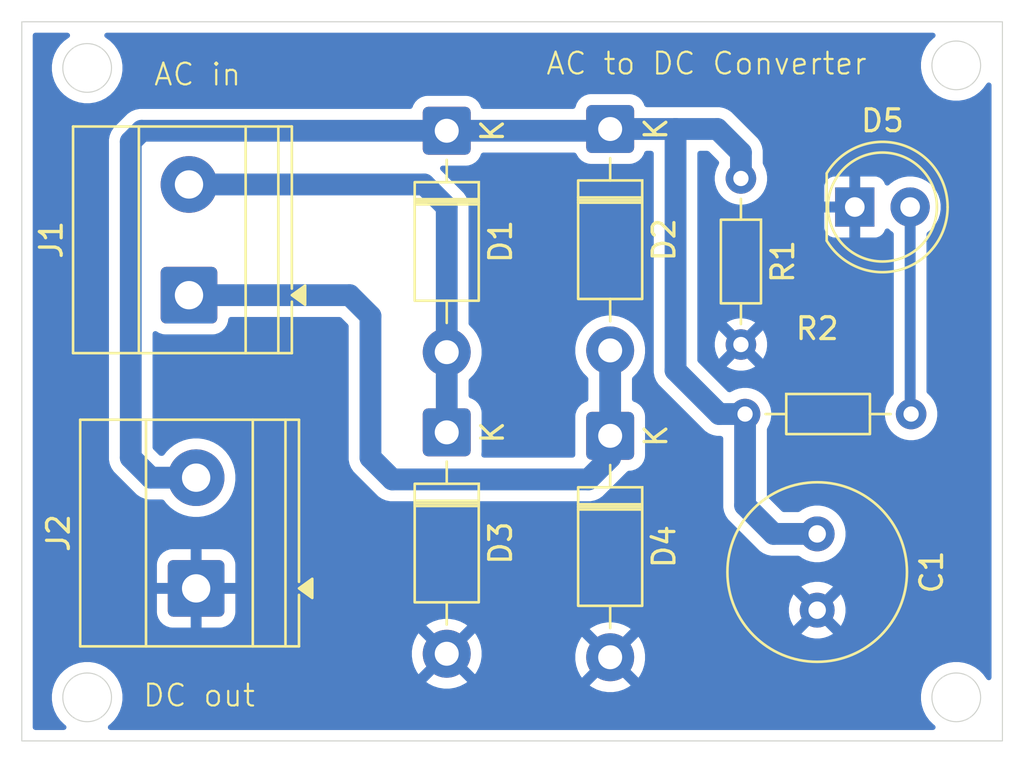
<source format=kicad_pcb>
(kicad_pcb (version 20241229) (generator "pcbnew") (generator_version "9.0")
  (layers (0 "F.Cu" signal) (2 "B.Cu" signal) (13 "F.Paste" user) (15 "B.Paste" user) (5 "F.SilkS" user "F.Silkscreen") (7 "B.SilkS" user "B.Silkscreen") (1 "F.Mask" user) (3 "B.Mask" user) (25 "Edge.Cuts" user))
  (net 0 "")
  (net 1 "/+VE")
  (net 2 "GND")
  (net 3 "Net-(D1-A)")
  (net 4 "Net-(D2-A)")
  (net 5 "Net-(D5-A)")
  (footprint "TerminalBlock_Phoenix:TerminalBlock_Phoenix_MKDS-1,5-2-5.08_1x02_P5.08mm_Horizontal" (layer "F.Cu") (at 117.6725 77.045 90)
    (property "Reference" "J1" (at 2.54 -6.32 90) (layer "F.SilkS"))
    (property "Value" "Screw_Terminal_01x02")
    (fp_line (start 7.74 -5.32) (end 7.74 4.72) (stroke (width 0.12)) (layer "F.SilkS"))
    (fp_line (start -2.66 -5.32) (end 7.74 -5.32) (stroke (width 0.12)) (layer "F.SilkS"))
    (fp_line (start -2.66 -2.3) (end 7.74 -2.3) (stroke (width 0.12)) (layer "F.SilkS"))
    (fp_line (start -2.66 2.6) (end 7.74 2.6) (stroke (width 0.12)) (layer "F.SilkS"))
    (fp_line (start -2.66 4.1) (end 7.74 4.1) (stroke (width 0.12)) (layer "F.SilkS"))
    (fp_line (start 7.74 4.72) (end 0.3 4.72) (stroke (width 0.12)) (layer "F.SilkS"))
    (fp_line (start -0.3 4.72) (end -2.66 4.72) (stroke (width 0.12)) (layer "F.SilkS"))
    (fp_line (start -2.66 4.72) (end -2.66 -5.32) (stroke (width 0.12)) (layer "F.SilkS"))
    (fp_poly (pts (xy 0 4.72) (xy 0.44 5.33) (xy -0.44 5.33)) (stroke (width 0.12)) (fill yes) (layer "F.SilkS"))
    (pad "1" thru_hole roundrect (at 0 0 90) (size 2.6 2.6) (drill 1.3) (layers "*.Cu" "*.Mask") (roundrect_rratio 0.096154) (net 4 "Net-(D2-A)"))
    (pad "2" thru_hole circle (at 5.08 0 90) (size 2.6 2.6) (drill 1.3) (layers "*.Cu" "*.Mask") (net 3 "Net-(D1-A)"))
  )
  (footprint "LED_THT:LED_D5.0mm" (layer "F.Cu") (at 148.225 73)
    (property "Reference" "D5" (at 1.27 -3.96 0) (layer "F.SilkS"))
    (property "Value" "LED")
    (fp_line (start -1.29 -1.545) (end -1.29 1.545) (stroke (width 0.12)) (layer "F.SilkS"))
    (fp_arc (start -1.29 -1.54483) (mid 2.071779 -2.880495) (end 4.26 0) (stroke (width 0.12)) (layer "F.SilkS"))
    (fp_arc (start 4.26 0) (mid 2.071779 2.880495) (end -1.29 1.54483) (stroke (width 0.12)) (layer "F.SilkS"))
    (fp_circle (center 1.27 0) (end 3.77 0) (stroke (width 0.12)) (fill no) (layer "F.SilkS"))
    (pad "1" thru_hole rect (at 0 0) (size 1.8 1.8) (drill 0.9) (layers "*.Cu" "*.Mask") (net 2 "GND"))
    (pad "2" thru_hole circle (at 2.54 0) (size 1.8 1.8) (drill 0.9) (layers "*.Cu" "*.Mask") (net 5 "Net-(D5-A)"))
  )
  (footprint "Diode_THT:D_DO-41_SOD81_P10.16mm_Horizontal" (layer "F.Cu") (at 129.5 83.34 -90)
    (property "Reference" "D3" (at 5.08 -2.47 90) (layer "F.SilkS"))
    (property "Value" "1N4007")
    (fp_line (start 1.34 0) (end 2.36 0) (stroke (width 0.12)) (layer "F.SilkS"))
    (fp_line (start 8.82 0) (end 7.8 0) (stroke (width 0.12)) (layer "F.SilkS"))
    (fp_line (start 3.14 -1.47) (end 3.14 1.47) (stroke (width 0.12)) (layer "F.SilkS"))
    (fp_line (start 3.26 -1.47) (end 3.26 1.47) (stroke (width 0.12)) (layer "F.SilkS"))
    (fp_line (start 3.38 -1.47) (end 3.38 1.47) (stroke (width 0.12)) (layer "F.SilkS"))
    (fp_rect (start 2.36 -1.47) (end 7.8 1.47) (stroke (width 0.12)) (fill no) (layer "F.SilkS"))
    (fp_text user "K" (at 0 -2.1 90) (layer "F.SilkS"))
    (pad "1" thru_hole roundrect (at 0 0 270) (size 2.2 2.2) (drill 1.1) (layers "*.Cu" "*.Mask") (roundrect_rratio 0.113636) (net 3 "Net-(D1-A)"))
    (pad "2" thru_hole circle (at 10.16 0 270) (size 2.2 2.2) (drill 1.1) (layers "*.Cu" "*.Mask") (net 2 "GND"))
  )
  (footprint "Resistor_THT:R_Axial_DIN0204_L3.6mm_D1.6mm_P7.62mm_Horizontal" (layer "F.Cu") (at 143 71.69 -90)
    (property "Reference" "R1" (at 3.81 -1.92 90) (layer "F.SilkS"))
    (property "Value" "10k")
    (fp_line (start 0.94 0) (end 1.89 0) (stroke (width 0.12)) (layer "F.SilkS"))
    (fp_line (start 6.68 0) (end 5.73 0) (stroke (width 0.12)) (layer "F.SilkS"))
    (fp_rect (start 1.89 -0.92) (end 5.73 0.92) (stroke (width 0.12)) (fill no) (layer "F.SilkS"))
    (pad "1" thru_hole circle (at 0 0 270) (size 1.4 1.4) (drill 0.7) (layers "*.Cu" "*.Mask") (net 1 "/+VE"))
    (pad "2" thru_hole circle (at 7.62 0 270) (size 1.4 1.4) (drill 0.7) (layers "*.Cu" "*.Mask") (net 2 "GND"))
  )
  (footprint "Resistor_THT:R_Axial_DIN0204_L3.6mm_D1.6mm_P7.62mm_Horizontal" (layer "F.Cu") (at 143.19 82.5)
    (property "Reference" "R2" (at 3.31 -3.92 0) (layer "F.SilkS"))
    (property "Value" "2.2k")
    (fp_line (start 0.94 0) (end 1.89 0) (stroke (width 0.12)) (layer "F.SilkS"))
    (fp_line (start 6.68 0) (end 5.73 0) (stroke (width 0.12)) (layer "F.SilkS"))
    (fp_rect (start 1.89 -0.92) (end 5.73 0.92) (stroke (width 0.12)) (fill no) (layer "F.SilkS"))
    (pad "1" thru_hole circle (at 0 0) (size 1.4 1.4) (drill 0.7) (layers "*.Cu" "*.Mask") (net 1 "/+VE"))
    (pad "2" thru_hole circle (at 7.62 0) (size 1.4 1.4) (drill 0.7) (layers "*.Cu" "*.Mask") (net 5 "Net-(D5-A)"))
  )
  (footprint "Capacitor_THT:C_Radial_D8.0mm_H11.5mm_P3.50mm" (layer "F.Cu") (at 146.5 88 -90)
    (property "Reference" "C1" (at 1.75 -5.25 90) (layer "F.SilkS"))
    (property "Value" "1000uF")
    (fp_circle (center 1.75 0) (end 5.87 0) (stroke (width 0.12)) (fill no) (layer "F.SilkS"))
    (pad "1" thru_hole circle (at 0 0 270) (size 1.6 1.6) (drill 0.8) (layers "*.Cu" "*.Mask") (net 1 "/+VE"))
    (pad "2" thru_hole circle (at 3.5 0 270) (size 1.6 1.6) (drill 0.8) (layers "*.Cu" "*.Mask") (net 2 "GND"))
  )
  (footprint "Diode_THT:D_DO-41_SOD81_P10.16mm_Horizontal" (layer "F.Cu") (at 129.5 69.5 -90)
    (property "Reference" "D1" (at 5.08 -2.47 90) (layer "F.SilkS"))
    (property "Value" "1N4007")
    (fp_line (start 1.34 0) (end 2.36 0) (stroke (width 0.12)) (layer "F.SilkS"))
    (fp_line (start 8.82 0) (end 7.8 0) (stroke (width 0.12)) (layer "F.SilkS"))
    (fp_line (start 3.14 -1.47) (end 3.14 1.47) (stroke (width 0.12)) (layer "F.SilkS"))
    (fp_line (start 3.26 -1.47) (end 3.26 1.47) (stroke (width 0.12)) (layer "F.SilkS"))
    (fp_line (start 3.38 -1.47) (end 3.38 1.47) (stroke (width 0.12)) (layer "F.SilkS"))
    (fp_rect (start 2.36 -1.47) (end 7.8 1.47) (stroke (width 0.12)) (fill no) (layer "F.SilkS"))
    (fp_text user "K" (at 0 -2.1 90) (layer "F.SilkS"))
    (pad "1" thru_hole roundrect (at 0 0 270) (size 2.2 2.2) (drill 1.1) (layers "*.Cu" "*.Mask") (roundrect_rratio 0.113636) (net 1 "/+VE"))
    (pad "2" thru_hole circle (at 10.16 0 270) (size 2.2 2.2) (drill 1.1) (layers "*.Cu" "*.Mask") (net 3 "Net-(D1-A)"))
  )
  (footprint "TerminalBlock_Phoenix:TerminalBlock_Phoenix_MKDS-1,5-2-5.08_1x02_P5.08mm_Horizontal" (layer "F.Cu") (at 118 90.5 90)
    (property "Reference" "J2" (at 2.54 -6.32 90) (layer "F.SilkS"))
    (property "Value" "Screw_Terminal_01x02")
    (fp_line (start 7.74 -5.32) (end 7.74 4.72) (stroke (width 0.12)) (layer "F.SilkS"))
    (fp_line (start -2.66 -5.32) (end 7.74 -5.32) (stroke (width 0.12)) (layer "F.SilkS"))
    (fp_line (start -2.66 -2.3) (end 7.74 -2.3) (stroke (width 0.12)) (layer "F.SilkS"))
    (fp_line (start -2.66 2.6) (end 7.74 2.6) (stroke (width 0.12)) (layer "F.SilkS"))
    (fp_line (start -2.66 4.1) (end 7.74 4.1) (stroke (width 0.12)) (layer "F.SilkS"))
    (fp_line (start 7.74 4.72) (end 0.3 4.72) (stroke (width 0.12)) (layer "F.SilkS"))
    (fp_line (start -0.3 4.72) (end -2.66 4.72) (stroke (width 0.12)) (layer "F.SilkS"))
    (fp_line (start -2.66 4.72) (end -2.66 -5.32) (stroke (width 0.12)) (layer "F.SilkS"))
    (fp_poly (pts (xy 0 4.72) (xy 0.44 5.33) (xy -0.44 5.33)) (stroke (width 0.12)) (fill yes) (layer "F.SilkS"))
    (pad "1" thru_hole roundrect (at 0 0 90) (size 2.6 2.6) (drill 1.3) (layers "*.Cu" "*.Mask") (roundrect_rratio 0.096154) (net 2 "GND"))
    (pad "2" thru_hole circle (at 5.08 0 90) (size 2.6 2.6) (drill 1.3) (layers "*.Cu" "*.Mask") (net 1 "/+VE"))
  )
  (footprint "Diode_THT:D_DO-41_SOD81_P10.16mm_Horizontal" (layer "F.Cu") (at 137 69.42 -90)
    (property "Reference" "D2" (at 5.08 -2.47 90) (layer "F.SilkS"))
    (property "Value" "1N4007")
    (fp_line (start 1.34 0) (end 2.36 0) (stroke (width 0.12)) (layer "F.SilkS"))
    (fp_line (start 8.82 0) (end 7.8 0) (stroke (width 0.12)) (layer "F.SilkS"))
    (fp_line (start 3.14 -1.47) (end 3.14 1.47) (stroke (width 0.12)) (layer "F.SilkS"))
    (fp_line (start 3.26 -1.47) (end 3.26 1.47) (stroke (width 0.12)) (layer "F.SilkS"))
    (fp_line (start 3.38 -1.47) (end 3.38 1.47) (stroke (width 0.12)) (layer "F.SilkS"))
    (fp_rect (start 2.36 -1.47) (end 7.8 1.47) (stroke (width 0.12)) (fill no) (layer "F.SilkS"))
    (fp_text user "K" (at 0 -2.1 90) (layer "F.SilkS"))
    (pad "1" thru_hole roundrect (at 0 0 270) (size 2.2 2.2) (drill 1.1) (layers "*.Cu" "*.Mask") (roundrect_rratio 0.113636) (net 1 "/+VE"))
    (pad "2" thru_hole circle (at 10.16 0 270) (size 2.2 2.2) (drill 1.1) (layers "*.Cu" "*.Mask") (net 4 "Net-(D2-A)"))
  )
  (footprint "Diode_THT:D_DO-41_SOD81_P10.16mm_Horizontal" (layer "F.Cu") (at 137 83.5 -90)
    (property "Reference" "D4" (at 5.08 -2.47 90) (layer "F.SilkS"))
    (property "Value" "1N4007")
    (fp_line (start 1.34 0) (end 2.36 0) (stroke (width 0.12)) (layer "F.SilkS"))
    (fp_line (start 8.82 0) (end 7.8 0) (stroke (width 0.12)) (layer "F.SilkS"))
    (fp_line (start 3.14 -1.47) (end 3.14 1.47) (stroke (width 0.12)) (layer "F.SilkS"))
    (fp_line (start 3.26 -1.47) (end 3.26 1.47) (stroke (width 0.12)) (layer "F.SilkS"))
    (fp_line (start 3.38 -1.47) (end 3.38 1.47) (stroke (width 0.12)) (layer "F.SilkS"))
    (fp_rect (start 2.36 -1.47) (end 7.8 1.47) (stroke (width 0.12)) (fill no) (layer "F.SilkS"))
    (fp_text user "K" (at 0 -2.1 90) (layer "F.SilkS"))
    (pad "1" thru_hole roundrect (at 0 0 270) (size 2.2 2.2) (drill 1.1) (layers "*.Cu" "*.Mask") (roundrect_rratio 0.113636) (net 4 "Net-(D2-A)"))
    (pad "2" thru_hole circle (at 10.16 0 270) (size 2.2 2.2) (drill 1.1) (layers "*.Cu" "*.Mask") (net 2 "GND"))
  )
  (gr_circle (center 113 66.618034) (end 114 67.118034) (stroke (width 0.05)) (fill no) (layer "Edge.Cuts"))
  (gr_rect (start 110 64.5) (end 155 97.5) (stroke (width 0.05)) (fill no) (layer "Edge.Cuts"))
  (gr_circle (center 113 95.5) (end 114 96) (stroke (width 0.05)) (fill no) (layer "Edge.Cuts"))
  (gr_circle (center 152.881966 95.5) (end 153.881966 96) (stroke (width 0.05)) (fill no) (layer "Edge.Cuts"))
  (gr_circle (center 152.881966 66.5) (end 153.881966 67) (stroke (width 0.05)) (fill no) (layer "Edge.Cuts"))
  (gr_text "DC out\n" (at 115.5 96 0) (layer "F.SilkS") (effects (font (size 1 1) (thickness 0.1)) (justify left bottom)))
  (gr_text "AC in\n" (at 116 67.5 0) (layer "F.SilkS") (effects (font (size 1 1) (thickness 0.1)) (justify left bottom)))
  (gr_text "AC to DC Converter" (at 134 67 0) (layer "F.SilkS") (effects (font (size 1 1) (thickness 0.1)) (justify left bottom)))
  (segment (start 136.92 69.5) (end 137 69.42) (width 1) (layer "B.Cu") (net 1))
  (segment (start 144.5 88) (end 146.5 88) (width 1) (layer "B.Cu") (net 1))
  (segment (start 143.19 86.69) (end 144.5 88) (width 1) (layer "B.Cu") (net 1))
  (segment (start 143.19 82.5) (end 143.19 86.69) (width 1) (layer "B.Cu") (net 1))
  (segment (start 115 84.5) (end 115 70) (width 1) (layer "B.Cu") (net 1))
  (segment (start 129.5 69.5) (end 136.92 69.5) (width 1) (layer "B.Cu") (net 1))
  (segment (start 115.5 69.5) (end 129.5 69.5) (width 1) (layer "B.Cu") (net 1))
  (segment (start 142 82.5) (end 143.19 82.5) (width 1) (layer "B.Cu") (net 1))
  (segment (start 115.92 85.42) (end 115 84.5) (width 1) (layer "B.Cu") (net 1))
  (segment (start 115 70) (end 115.5 69.5) (width 1) (layer "B.Cu") (net 1))
  (segment (start 137 69.42) (end 140 69.42) (width 1) (layer "B.Cu") (net 1))
  (segment (start 118 85.42) (end 115.92 85.42) (width 1) (layer "B.Cu") (net 1))
  (segment (start 141.92 69.42) (end 143 70.5) (width 1) (layer "B.Cu") (net 1))
  (segment (start 140 69.42) (end 140 80.5) (width 1) (layer "B.Cu") (net 1))
  (segment (start 143 70.5) (end 143 71.69) (width 1) (layer "B.Cu") (net 1))
  (segment (start 140 80.5) (end 142 82.5) (width 1) (layer "B.Cu") (net 1))
  (segment (start 140 69.42) (end 141.92 69.42) (width 1) (layer "B.Cu") (net 1))
  (segment (start 129.5 79.66) (end 129.5 83.34) (width 1) (layer "B.Cu") (net 3))
  (segment (start 128.465 71.965) (end 129.5 73) (width 1) (layer "B.Cu") (net 3))
  (segment (start 129.5 73) (end 129.5 79.66) (width 1) (layer "B.Cu") (net 3))
  (segment (start 117.6725 71.965) (end 128.465 71.965) (width 1) (layer "B.Cu") (net 3))
  (segment (start 117.6725 77.045) (end 125.045 77.045) (width 1) (layer "B.Cu") (net 4))
  (segment (start 126 84.5) (end 127 85.5) (width 1) (layer "B.Cu") (net 4))
  (segment (start 126 78) (end 126 84.5) (width 1) (layer "B.Cu") (net 4))
  (segment (start 136 85.5) (end 137 84.5) (width 1) (layer "B.Cu") (net 4))
  (segment (start 125.045 77.045) (end 126 78) (width 1) (layer "B.Cu") (net 4))
  (segment (start 137 79.58) (end 137 83.5) (width 1) (layer "B.Cu") (net 4))
  (segment (start 137 84.5) (end 137 83.5) (width 1) (layer "B.Cu") (net 4))
  (segment (start 127 85.5) (end 136 85.5) (width 1) (layer "B.Cu") (net 4))
  (segment (start 150.765 82.455) (end 150.81 82.5) (width 0.5) (layer "B.Cu") (net 5))
  (segment (start 150.765 73) (end 150.765 82.455) (width 0.5) (layer "B.Cu") (net 5))
  (zone (net 2) (net_name "GND") (layer "B.Cu") (connect_pads (clearance 0.5)) (min_thickness 0.25) (fill yes (thermal_gap 0.5) (thermal_bridge_width 0.5))
    (polygon (pts (xy 109 63.5) (xy 156 63.5) (xy 156 98.5) (xy 109 98.5)))
  )
)
</source>
